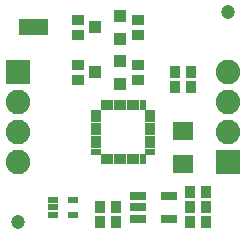
<source format=gbr>
G04 EAGLE Gerber RS-274X export*
G75*
%MOMM*%
%FSLAX34Y34*%
%LPD*%
%INSoldermask Top*%
%IPPOS*%
%AMOC8*
5,1,8,0,0,1.08239X$1,22.5*%
G01*
%ADD10R,0.603200X0.903200*%
%ADD11R,0.903200X0.603200*%
%ADD12R,1.103200X0.903200*%
%ADD13R,1.803200X1.603200*%
%ADD14R,0.903200X1.103200*%
%ADD15R,0.953200X0.603200*%
%ADD16R,1.403200X0.753200*%
%ADD17R,2.082800X2.082800*%
%ADD18C,2.082800*%
%ADD19R,0.838200X1.473200*%
%ADD20R,1.103200X1.003200*%
%ADD21C,1.203200*%


D10*
X90600Y65900D03*
X96100Y65900D03*
X101600Y65900D03*
X107100Y65900D03*
X85100Y65900D03*
X112600Y65900D03*
X118100Y65900D03*
D11*
X124600Y77900D03*
X124600Y83400D03*
X124600Y88900D03*
X124600Y94400D03*
X124600Y72400D03*
X124600Y99900D03*
X124600Y105400D03*
D10*
X112600Y111900D03*
X107100Y111900D03*
X101600Y111900D03*
X96100Y111900D03*
X118100Y111900D03*
X90600Y111900D03*
X85100Y111900D03*
D11*
X78600Y99900D03*
X78600Y94400D03*
X78600Y88900D03*
X78600Y83400D03*
X78600Y105400D03*
X78600Y77900D03*
X78600Y72400D03*
D12*
X114300Y146200D03*
X114300Y133200D03*
X114300Y184300D03*
X114300Y171300D03*
D13*
X152400Y90200D03*
X152400Y62200D03*
D14*
X145900Y139700D03*
X158900Y139700D03*
X145900Y127000D03*
X158900Y127000D03*
D15*
X42550Y31900D03*
X42550Y25400D03*
X42550Y18900D03*
X59050Y18900D03*
X59050Y31900D03*
D16*
X113999Y34900D03*
X113999Y25400D03*
X113999Y15900D03*
X140001Y15900D03*
X140001Y34900D03*
D14*
X82400Y25400D03*
X95400Y25400D03*
X158600Y25400D03*
X171600Y25400D03*
X82400Y12700D03*
X95400Y12700D03*
X158600Y12700D03*
X171600Y12700D03*
D17*
X190500Y63500D03*
D18*
X190500Y88900D03*
X190500Y114300D03*
X190500Y139700D03*
D19*
X33528Y177800D03*
X25400Y177800D03*
X17272Y177800D03*
D14*
X158600Y38100D03*
X171600Y38100D03*
D20*
X77900Y139700D03*
X98900Y149200D03*
X98900Y130200D03*
X77900Y177800D03*
X98900Y187300D03*
X98900Y168300D03*
D17*
X12700Y139700D03*
D18*
X12700Y114300D03*
X12700Y88900D03*
X12700Y63500D03*
D12*
X63500Y133200D03*
X63500Y146200D03*
X63500Y171300D03*
X63500Y184300D03*
D21*
X12700Y12700D03*
X190500Y190500D03*
M02*

</source>
